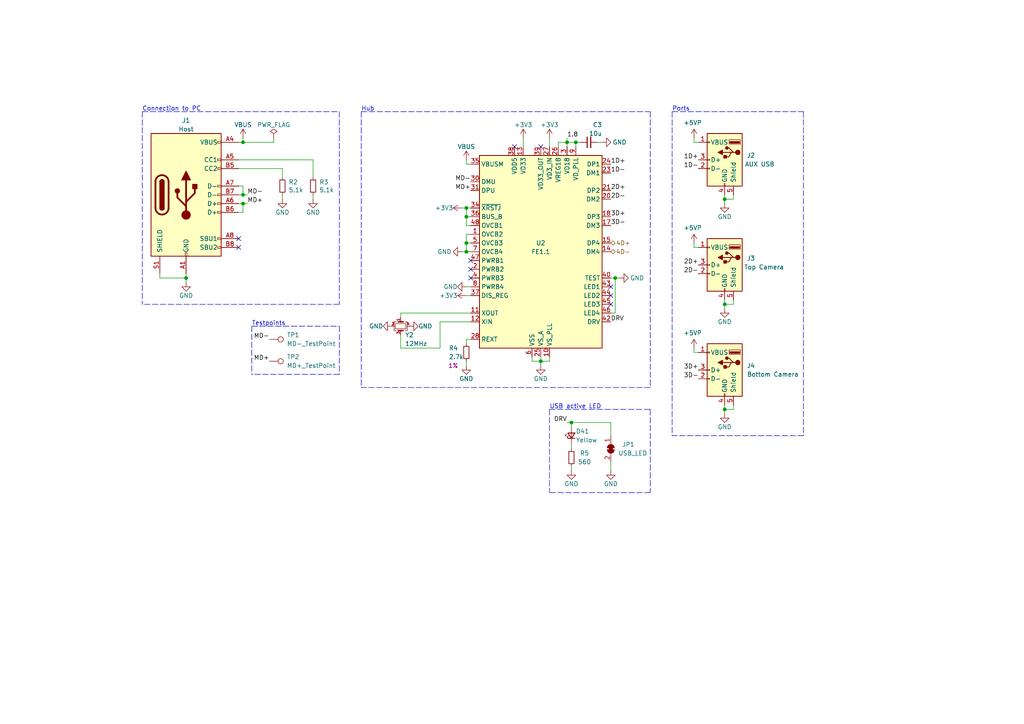
<source format=kicad_sch>
(kicad_sch (version 20211123) (generator eeschema)
  (paper "A4")
  (lib_symbols
    (symbol "Connector:TestPoint" (pin_numbers hide) (pin_names (offset 0.762) hide)
      (property "Reference" "TP" (at 0 6.858 0))
      (property "Value" "TestPoint" (at 0 5.08 0))
      (symbol "TestPoint_0_1"
        (circle (center 0 3.302) (radius 0.762))
      )
      (symbol "TestPoint_1_1"
        (pin passive line (at 0 0 90) (length 2.54) (name "1") (number "1"))
      )
    )
    (symbol "Connector:USB_A" (pin_names (offset 1.016))
      (property "Reference" "J" (at -5.08 11.43 0))
      (property "Value" "USB_A" (at -5.08 8.89 0))
      (symbol "USB_A_0_1"
        (rectangle (start -5.08 -7.62) (end 5.08 7.62) (stroke (width 0.254)) (fill (type background)))
        (circle (center -3.81 2.159) (radius 0.635) (stroke (width 0.254)) (fill (type outline)))
        (rectangle (start -1.524 4.826) (end -4.318 5.334) (fill (type outline)))
        (rectangle (start -1.27 4.572) (end -4.572 5.842))
        (circle (center -0.635 3.429) (radius 0.381) (stroke (width 0.254)) (fill (type outline)))
        (rectangle (start -0.127 -7.62) (end 0.127 -6.858))
        (polyline (pts (xy -3.175 2.159) (xy -2.54 2.159) (xy -1.27 3.429) (xy -0.635 3.429)) (stroke (width 0.254)))
        (polyline (pts (xy -2.54 2.159) (xy -1.905 2.159) (xy -1.27 0.889) (xy 0 0.889)) (stroke (width 0.254)))
        (polyline (pts (xy 0.635 2.794) (xy 0.635 1.524) (xy 1.905 2.159) (xy 0.635 2.794)) (stroke (width 0.254)) (fill (type outline)))
        (rectangle (start 0.254 1.27) (end -0.508 0.508) (stroke (width 0.254)) (fill (type outline)))
        (rectangle (start 5.08 -2.667) (end 4.318 -2.413))
        (rectangle (start 5.08 -0.127) (end 4.318 0.127))
        (rectangle (start 5.08 4.953) (end 4.318 5.207))
      )
      (symbol "USB_A_1_1"
        (polyline (pts (xy -1.905 2.159) (xy 0.635 2.159)) (stroke (width 0.254)))
        (pin power_in line (at 7.62 5.08 180) (length 2.54) (name "VBUS") (number "1"))
        (pin bidirectional line (at 7.62 -2.54 180) (length 2.54) (name "D-") (number "2"))
        (pin bidirectional line (at 7.62 0 180) (length 2.54) (name "D+") (number "3"))
        (pin power_in line (at 0 -10.16 90) (length 2.54) (name "GND") (number "4"))
        (pin passive line (at -2.54 -10.16 90) (length 2.54) (name "Shield") (number "5"))
      )
    )
    (symbol "Connector:USB_C_Receptacle_USB2.0" (pin_names (offset 1.016))
      (property "Reference" "J" (at -10.16 19.05 0))
      (property "Value" "USB_C_Receptacle_USB2.0" (at 19.05 19.05 0))
      (symbol "USB_C_Receptacle_USB2.0_0_0"
        (rectangle (start -0.254 -17.78) (end 0.254 -16.764))
        (rectangle (start 10.16 -14.986) (end 9.144 -15.494))
        (rectangle (start 10.16 -12.446) (end 9.144 -12.954))
        (rectangle (start 10.16 -4.826) (end 9.144 -5.334))
        (rectangle (start 10.16 -2.286) (end 9.144 -2.794))
        (rectangle (start 10.16 0.254) (end 9.144 -0.254))
        (rectangle (start 10.16 2.794) (end 9.144 2.286))
        (rectangle (start 10.16 7.874) (end 9.144 7.366))
        (rectangle (start 10.16 10.414) (end 9.144 9.906))
        (rectangle (start 10.16 15.494) (end 9.144 14.986))
      )
      (symbol "USB_C_Receptacle_USB2.0_0_1"
        (rectangle (start -10.16 17.78) (end 10.16 -17.78) (stroke (width 0.254)) (fill (type background)))
        (arc (start -8.89 -3.81) (mid -6.985 -5.715) (end -5.08 -3.81) (stroke (width 0.508)))
        (arc (start -7.62 -3.81) (mid -6.985 -4.445) (end -6.35 -3.81) (stroke (width 0.254)))
        (arc (start -7.62 -3.81) (mid -6.985 -4.445) (end -6.35 -3.81) (stroke (width 0.254)) (fill (type outline)))
        (rectangle (start -7.62 -3.81) (end -6.35 3.81) (stroke (width 0.254)) (fill (type outline)))
        (arc (start -6.35 3.81) (mid -6.985 4.445) (end -7.62 3.81) (stroke (width 0.254)))
        (arc (start -6.35 3.81) (mid -6.985 4.445) (end -7.62 3.81) (stroke (width 0.254)) (fill (type outline)))
        (arc (start -5.08 3.81) (mid -6.985 5.715) (end -8.89 3.81) (stroke (width 0.508)))
        (circle (center -2.54 1.143) (radius 0.635) (stroke (width 0.254)) (fill (type outline)))
        (circle (center 0 -5.842) (radius 1.27) (fill (type outline)))
        (polyline (pts (xy -8.89 -3.81) (xy -8.89 3.81)) (stroke (width 0.508)))
        (polyline (pts (xy -5.08 3.81) (xy -5.08 -3.81)) (stroke (width 0.508)))
        (polyline (pts (xy 0 -5.842) (xy 0 4.318)) (stroke (width 0.508)))
        (polyline (pts (xy 0 -3.302) (xy -2.54 -0.762) (xy -2.54 0.508)) (stroke (width 0.508)))
        (polyline (pts (xy 0 -2.032) (xy 2.54 0.508) (xy 2.54 1.778)) (stroke (width 0.508)))
        (polyline (pts (xy -1.27 4.318) (xy 0 6.858) (xy 1.27 4.318) (xy -1.27 4.318)) (stroke (width 0.254)) (fill (type outline)))
        (rectangle (start 1.905 1.778) (end 3.175 3.048) (stroke (width 0.254)) (fill (type outline)))
      )
      (symbol "USB_C_Receptacle_USB2.0_1_1"
        (pin passive line (at 0 -22.86 90) (length 5.08) (name "GND") (number "A1"))
        (pin passive line (at 0 -22.86 90) (length 5.08) hide (name "GND") (number "A12"))
        (pin passive line (at 15.24 15.24 180) (length 5.08) (name "VBUS") (number "A4"))
        (pin bidirectional line (at 15.24 10.16 180) (length 5.08) (name "CC1") (number "A5"))
        (pin bidirectional line (at 15.24 -2.54 180) (length 5.08) (name "D+") (number "A6"))
        (pin bidirectional line (at 15.24 2.54 180) (length 5.08) (name "D-") (number "A7"))
        (pin bidirectional line (at 15.24 -12.7 180) (length 5.08) (name "SBU1") (number "A8"))
        (pin passive line (at 15.24 15.24 180) (length 5.08) hide (name "VBUS") (number "A9"))
        (pin passive line (at 0 -22.86 90) (length 5.08) hide (name "GND") (number "B1"))
        (pin passive line (at 0 -22.86 90) (length 5.08) hide (name "GND") (number "B12"))
        (pin passive line (at 15.24 15.24 180) (length 5.08) hide (name "VBUS") (number "B4"))
        (pin bidirectional line (at 15.24 7.62 180) (length 5.08) (name "CC2") (number "B5"))
        (pin bidirectional line (at 15.24 -5.08 180) (length 5.08) (name "D+") (number "B6"))
        (pin bidirectional line (at 15.24 0 180) (length 5.08) (name "D-") (number "B7"))
        (pin bidirectional line (at 15.24 -15.24 180) (length 5.08) (name "SBU2") (number "B8"))
        (pin passive line (at 15.24 15.24 180) (length 5.08) hide (name "VBUS") (number "B9"))
        (pin passive line (at -7.62 -22.86 90) (length 5.08) (name "SHIELD") (number "S1"))
      )
    )
    (symbol "Device:C_Small" (pin_numbers hide) (pin_names (offset 0.254) hide)
      (property "Reference" "C" (at 0.254 1.778 0))
      (property "Value" "C_Small" (at 0.254 -2.032 0))
      (symbol "C_Small_0_1"
        (polyline (pts (xy -1.524 -0.508) (xy 1.524 -0.508)) (stroke (width 0.3302)))
        (polyline (pts (xy -1.524 0.508) (xy 1.524 0.508)) (stroke (width 0.3048)))
      )
      (symbol "C_Small_1_1"
        (pin passive line (at 0 2.54 270) (length 2.032) (name "~") (number "1"))
        (pin passive line (at 0 -2.54 90) (length 2.032) (name "~") (number "2"))
      )
    )
    (symbol "Device:Crystal_GND24_Small" (pin_names (offset 1.016) hide)
      (property "Reference" "Y" (at 1.27 4.445 0))
      (property "Value" "Crystal_GND24_Small" (at 1.27 2.54 0))
      (symbol "Crystal_GND24_Small_0_1"
        (rectangle (start -0.762 -1.524) (end 0.762 1.524))
        (polyline (pts (xy -1.27 -0.762) (xy -1.27 0.762)) (stroke (width 0.381)))
        (polyline (pts (xy 1.27 -0.762) (xy 1.27 0.762)) (stroke (width 0.381)))
        (polyline (pts (xy -1.27 -1.27) (xy -1.27 -1.905) (xy 1.27 -1.905) (xy 1.27 -1.27)))
        (polyline (pts (xy -1.27 1.27) (xy -1.27 1.905) (xy 1.27 1.905) (xy 1.27 1.27)))
      )
      (symbol "Crystal_GND24_Small_1_1"
        (pin passive line (at -2.54 0 0) (length 1.27) (name "1") (number "1"))
        (pin passive line (at 0 -2.54 90) (length 0.635) (name "2") (number "2"))
        (pin passive line (at 2.54 0 180) (length 1.27) (name "3") (number "3"))
        (pin passive line (at 0 2.54 270) (length 0.635) (name "4") (number "4"))
      )
    )
    (symbol "Device:LED_Small" (pin_numbers hide) (pin_names (offset 0.254) hide)
      (property "Reference" "D" (at -1.27 3.175 0))
      (property "Value" "LED_Small" (at -4.445 -2.54 0))
      (symbol "LED_Small_0_1"
        (polyline (pts (xy -0.762 -1.016) (xy -0.762 1.016)) (stroke (width 0.254)))
        (polyline (pts (xy 1.016 0) (xy -0.762 0)))
        (polyline (pts (xy 0.762 -1.016) (xy -0.762 0) (xy 0.762 1.016) (xy 0.762 -1.016)) (stroke (width 0.254)))
        (polyline (pts (xy 0 0.762) (xy -0.508 1.27) (xy -0.254 1.27) (xy -0.508 1.27) (xy -0.508 1.016)))
        (polyline (pts (xy 0.508 1.27) (xy 0 1.778) (xy 0.254 1.778) (xy 0 1.778) (xy 0 1.524)))
      )
      (symbol "LED_Small_1_1"
        (pin passive line (at -2.54 0 0) (length 1.778) (name "K") (number "1"))
        (pin passive line (at 2.54 0 180) (length 1.778) (name "A") (number "2"))
      )
    )
    (symbol "Device:R_Small" (pin_numbers hide) (pin_names (offset 0.254) hide)
      (property "Reference" "R" (at 0.762 0.508 0))
      (property "Value" "R_Small" (at 0.762 -1.016 0))
      (symbol "R_Small_0_1"
        (rectangle (start -0.762 1.778) (end 0.762 -1.778) (stroke (width 0.2032)))
      )
      (symbol "R_Small_1_1"
        (pin passive line (at 0 2.54 270) (length 0.762) (name "~") (number "1"))
        (pin passive line (at 0 -2.54 90) (length 0.762) (name "~") (number "2"))
      )
    )
    (symbol "Jumper:SolderJumper_2_Bridged" (pin_names (offset 0) hide)
      (property "Reference" "JP" (at 0 2.032 0))
      (property "Value" "SolderJumper_2_Bridged" (at 0 -2.54 0))
      (symbol "SolderJumper_2_Bridged_0_1"
        (rectangle (start -0.508 0.508) (end 0.508 -0.508) (fill (type outline)))
        (arc (start -0.254 1.016) (mid -1.27 0) (end -0.254 -1.016))
        (arc (start -0.254 1.016) (mid -1.27 0) (end -0.254 -1.016) (fill (type outline)))
        (polyline (pts (xy -0.254 1.016) (xy -0.254 -1.016)))
        (polyline (pts (xy 0.254 1.016) (xy 0.254 -1.016)))
        (arc (start 0.254 -1.016) (mid 1.27 0) (end 0.254 1.016))
        (arc (start 0.254 -1.016) (mid 1.27 0) (end 0.254 1.016) (fill (type outline)))
      )
      (symbol "SolderJumper_2_Bridged_1_1"
        (pin passive line (at -3.81 0 0) (length 2.54) (name "A") (number "1"))
        (pin passive line (at 3.81 0 180) (length 2.54) (name "B") (number "2"))
      )
    )
    (symbol "index:FE1.1"
      (property "Reference" "U" (at -13.97 26.67 0))
      (property "Value" "FE1.1" (at 15.24 27.94 0))
      (symbol "FE1.1_0_1"
        (rectangle (start -17.78 25.4) (end 17.78 -30.48) (stroke (width 0.254)) (fill (type background)))
      )
      (symbol "FE1.1_1_1"
        (pin input line (at -20.32 2.54 0) (length 2.54) (name "OVCB2") (number "1"))
        (pin power_in line (at 2.54 -33.02 90) (length 2.54) (name "VS_PLL") (number "10"))
        (pin output line (at -20.32 -20.32 0) (length 2.54) (name "XOUT") (number "11"))
        (pin input line (at -20.32 -22.86 0) (length 2.54) (name "XIN") (number "12"))
        (pin power_in line (at -5.08 27.94 270) (length 2.54) (name "VD33") (number "13"))
        (pin bidirectional line (at 20.32 -2.54 180) (length 2.54) (name "DM4") (number "14"))
        (pin bidirectional line (at 20.32 0 180) (length 2.54) (name "DP4") (number "15"))
        (pin passive line (at -2.54 -33.02 90) (length 2.54) hide (name "VSS") (number "16"))
        (pin bidirectional line (at 20.32 5.08 180) (length 2.54) (name "DM3") (number "17"))
        (pin bidirectional line (at 20.32 7.62 180) (length 2.54) (name "DP3") (number "18"))
        (pin passive line (at -5.08 27.94 270) (length 2.54) hide (name "VD33") (number "19"))
        (pin input line (at -20.32 -7.62 0) (length 2.54) (name "PWRB2") (number "2"))
        (pin bidirectional line (at 20.32 12.7 180) (length 2.54) (name "DM2") (number "20"))
        (pin bidirectional line (at 20.32 15.24 180) (length 2.54) (name "DP2") (number "21"))
        (pin passive line (at -2.54 -33.02 90) (length 2.54) hide (name "VSS") (number "22"))
        (pin bidirectional line (at 20.32 20.32 180) (length 2.54) (name "DM1") (number "23"))
        (pin bidirectional line (at 20.32 22.86 180) (length 2.54) (name "DP1") (number "24"))
        (pin power_in line (at 0 -33.02 90) (length 2.54) (name "VS_A") (number "25"))
        (pin power_out line (at 5.08 27.94 270) (length 2.54) (name "VREG18") (number "26"))
        (pin power_in line (at 2.54 27.94 270) (length 2.54) (name "VD3_IN") (number "27"))
        (pin passive line (at -20.32 -27.94 0) (length 2.54) (name "REXT") (number "28"))
        (pin passive line (at 7.62 27.94 270) (length 2.54) hide (name "VD18") (number "29"))
        (pin power_in line (at 7.62 27.94 270) (length 2.54) (name "VD18") (number "3"))
        (pin bidirectional line (at -20.32 17.78 0) (length 2.54) (name "DMU") (number "30"))
        (pin bidirectional line (at -20.32 15.24 0) (length 2.54) (name "DPU") (number "31"))
        (pin passive line (at -5.08 27.94 270) (length 2.54) hide (name "VD33") (number "32"))
        (pin passive line (at -2.54 -33.02 90) (length 2.54) hide (name "VSS") (number "33"))
        (pin input line (at -20.32 10.16 0) (length 2.54) (name "~{XRSTJ}") (number "34"))
        (pin input line (at -20.32 22.86 0) (length 2.54) (name "VBUSM") (number "35"))
        (pin input line (at -20.32 7.62 0) (length 2.54) (name "BUS_B") (number "36"))
        (pin input line (at -20.32 -15.24 0) (length 2.54) (name "DIS_REG") (number "37"))
        (pin power_in line (at -7.62 27.94 270) (length 2.54) (name "VDD5") (number "38"))
        (pin power_out line (at 0 27.94 270) (length 2.54) (name "VD33_OUT") (number "39"))
        (pin input line (at -20.32 -10.16 0) (length 2.54) (name "PWRB3") (number "4"))
        (pin input line (at 20.32 -10.16 180) (length 2.54) (name "TEST") (number "40"))
        (pin passive line (at -5.08 27.94 270) (length 2.54) hide (name "VD33") (number "41"))
        (pin passive line (at 20.32 -22.86 180) (length 2.54) (name "DRV") (number "42"))
        (pin passive line (at 20.32 -12.7 180) (length 2.54) (name "LED1") (number "43"))
        (pin passive line (at 20.32 -15.24 180) (length 2.54) (name "LED2") (number "44"))
        (pin passive line (at 20.32 -17.78 180) (length 2.54) (name "LED3") (number "45"))
        (pin passive line (at 20.32 -20.32 180) (length 2.54) (name "LED4") (number "46"))
        (pin input line (at -20.32 -5.08 0) (length 2.54) (name "PWRB1") (number "47"))
        (pin input line (at -20.32 5.08 0) (length 2.54) (name "OVCB1") (number "48"))
        (pin input line (at -20.32 0 0) (length 2.54) (name "OVCB3") (number "5"))
        (pin power_in line (at -2.54 -33.02 90) (length 2.54) (name "VSS") (number "6"))
        (pin input line (at -20.32 -2.54 0) (length 2.54) (name "OVCB4") (number "7"))
        (pin input line (at -20.32 -12.7 0) (length 2.54) (name "PWRB4") (number "8"))
        (pin power_in line (at 10.16 27.94 270) (length 2.54) (name "VD_PLL") (number "9"))
      )
    )
    (symbol "power:+3.3V" (power) (pin_names (offset 0))
      (property "Value" "+3.3V" (at 0 3.556 0))
      (symbol "+3.3V_0_1"
        (polyline (pts (xy -0.762 1.27) (xy 0 2.54)))
        (polyline (pts (xy 0 0) (xy 0 2.54)))
        (polyline (pts (xy 0 2.54) (xy 0.762 1.27)))
      )
      (symbol "+3.3V_1_1"
        (pin power_in line (at 0 0 90) (length 0) hide (name "+3V3") (number "1"))
      )
    )
    (symbol "power:+5VP" (power) (pin_names (offset 0))
      (property "Value" "+5VP" (at 0 3.556 0))
      (symbol "+5VP_0_1"
        (polyline (pts (xy -0.762 1.27) (xy 0 2.54)))
        (polyline (pts (xy 0 0) (xy 0 2.54)))
        (polyline (pts (xy 0 2.54) (xy 0.762 1.27)))
      )
      (symbol "+5VP_1_1"
        (pin power_in line (at 0 0 90) (length 0) hide (name "+5VP") (number "1"))
      )
    )
    (symbol "power:GND" (power) (pin_names (offset 0))
      (property "Value" "GND" (at 0 -3.81 0))
      (symbol "GND_0_1"
        (polyline (pts (xy 0 0) (xy 0 -1.27) (xy 1.27 -1.27) (xy 0 -2.54) (xy -1.27 -1.27) (xy 0 -1.27)))
      )
      (symbol "GND_1_1"
        (pin power_in line (at 0 0 270) (length 0) hide (name "GND") (number "1"))
      )
    )
    (symbol "power:PWR_FLAG" (power) (pin_numbers hide) (pin_names (offset 0) hide)
      (property "Value" "PWR_FLAG" (at 0 3.81 0))
      (symbol "PWR_FLAG_0_0"
        (pin power_out line (at 0 0 90) (length 0) (name "pwr") (number "1"))
      )
      (symbol "PWR_FLAG_0_1"
        (polyline (pts (xy 0 0) (xy 0 1.27) (xy -1.016 1.905) (xy 0 2.54) (xy 1.016 1.905) (xy 0 1.27)))
      )
    )
    (symbol "power:VBUS" (power) (pin_names (offset 0))
      (property "Value" "VBUS" (at 0 3.81 0))
      (symbol "VBUS_0_1"
        (polyline (pts (xy -0.762 1.27) (xy 0 2.54)))
        (polyline (pts (xy 0 0) (xy 0 2.54)))
        (polyline (pts (xy 0 2.54) (xy 0.762 1.27)))
      )
      (symbol "VBUS_1_1"
        (pin power_in line (at 0 0 90) (length 0) hide (name "VBUS") (number "1"))
      )
    )
  )
  (junction (at 156.845 104.775))
  (junction (at 70.485 56.515))
  (junction (at 70.485 41.275))
  (junction (at 164.465 41.275))
  (junction (at 135.255 70.485))
  (junction (at 165.735 122.555))
  (junction (at 167.005 41.275))
  (junction (at 135.255 60.325))
  (junction (at 210.185 88.265))
  (junction (at 70.485 59.055))
  (junction (at 178.435 80.645))
  (junction (at 135.255 62.865))
  (junction (at 135.255 73.025))
  (junction (at 210.185 118.745))
  (junction (at 53.975 80.645))
  (junction (at 210.185 57.785))
  (no_connect (at 156.845 42.545))
  (no_connect (at 177.165 85.725))
  (no_connect (at 69.215 69.215))
  (no_connect (at 136.525 75.565))
  (no_connect (at 136.525 78.105))
  (no_connect (at 177.165 88.265))
  (no_connect (at 149.225 42.545))
  (no_connect (at 69.215 71.755))
  (no_connect (at 177.165 83.185))
  (no_connect (at 136.525 80.645))
  (polyline (pts (xy 159.385 118.745) (xy 159.385 142.875)))
  (wire (pts (xy 212.725 56.515) (xy 212.725 57.785)))
  (wire (pts (xy 210.185 117.475) (xy 210.185 118.745)))
  (polyline (pts (xy 98.425 88.265) (xy 41.275 88.265)))
  (wire (pts (xy 135.255 60.325) (xy 136.525 60.325)))
  (wire (pts (xy 70.485 59.055) (xy 71.755 59.055)))
  (wire (pts (xy 46.355 79.375) (xy 46.355 80.645)))
  (wire (pts (xy 127.635 100.965) (xy 127.635 93.345)))
  (polyline (pts (xy 73.025 94.615) (xy 98.425 94.615)))
  (polyline (pts (xy 194.945 32.385) (xy 194.945 126.365)))
  (polyline (pts (xy 233.045 32.385) (xy 233.045 126.365)))
  (wire (pts (xy 201.295 71.755) (xy 201.295 70.485)))
  (polyline (pts (xy 98.425 32.385) (xy 98.425 88.265)))
  (wire (pts (xy 177.165 90.805) (xy 178.435 90.805)))
  (wire (pts (xy 70.485 53.975) (xy 70.485 56.515)))
  (wire (pts (xy 164.465 41.275) (xy 164.465 42.545)))
  (wire (pts (xy 136.525 98.425) (xy 135.255 98.425)))
  (wire (pts (xy 167.005 41.275) (xy 167.005 42.545)))
  (wire (pts (xy 70.485 41.275) (xy 69.215 41.275)))
  (wire (pts (xy 136.525 67.945) (xy 135.255 67.945)))
  (wire (pts (xy 53.975 80.645) (xy 46.355 80.645)))
  (wire (pts (xy 177.165 80.645) (xy 178.435 80.645)))
  (wire (pts (xy 159.385 40.005) (xy 159.385 42.545)))
  (wire (pts (xy 177.165 133.985) (xy 177.165 136.525)))
  (wire (pts (xy 135.255 73.025) (xy 136.525 73.025)))
  (wire (pts (xy 210.185 118.745) (xy 210.185 120.015)))
  (wire (pts (xy 69.215 46.355) (xy 90.805 46.355)))
  (wire (pts (xy 165.735 122.555) (xy 164.465 122.555)))
  (wire (pts (xy 90.805 46.355) (xy 90.805 51.435)))
  (polyline (pts (xy 41.275 32.385) (xy 98.425 32.385)))
  (wire (pts (xy 201.295 102.235) (xy 202.565 102.235)))
  (wire (pts (xy 69.215 59.055) (xy 70.485 59.055)))
  (wire (pts (xy 135.255 47.625) (xy 135.255 46.355)))
  (wire (pts (xy 212.725 86.995) (xy 212.725 88.265)))
  (wire (pts (xy 164.465 40.005) (xy 164.465 41.275)))
  (wire (pts (xy 201.295 41.275) (xy 202.565 41.275)))
  (wire (pts (xy 53.975 80.645) (xy 53.975 81.915)))
  (wire (pts (xy 136.525 47.625) (xy 135.255 47.625)))
  (wire (pts (xy 135.255 62.865) (xy 136.525 62.865)))
  (wire (pts (xy 210.185 118.745) (xy 212.725 118.745)))
  (polyline (pts (xy 188.595 118.745) (xy 188.595 142.875)))
  (wire (pts (xy 69.215 53.975) (xy 70.485 53.975)))
  (wire (pts (xy 210.185 56.515) (xy 210.185 57.785)))
  (wire (pts (xy 70.485 56.515) (xy 71.755 56.515)))
  (wire (pts (xy 154.305 103.505) (xy 154.305 104.775)))
  (polyline (pts (xy 188.595 142.875) (xy 159.385 142.875)))
  (wire (pts (xy 212.725 118.745) (xy 212.725 117.475)))
  (wire (pts (xy 135.255 83.185) (xy 136.525 83.185)))
  (polyline (pts (xy 159.385 118.745) (xy 188.595 118.745)))
  (wire (pts (xy 156.845 104.775) (xy 156.845 106.045)))
  (wire (pts (xy 164.465 41.275) (xy 167.005 41.275)))
  (wire (pts (xy 173.355 41.275) (xy 174.625 41.275)))
  (wire (pts (xy 135.255 60.325) (xy 135.255 62.865)))
  (wire (pts (xy 161.925 41.275) (xy 164.465 41.275)))
  (wire (pts (xy 156.845 103.505) (xy 156.845 104.775)))
  (polyline (pts (xy 104.775 32.385) (xy 104.775 112.395)))
  (polyline (pts (xy 41.275 32.385) (xy 41.275 88.265)))
  (wire (pts (xy 116.205 100.965) (xy 127.635 100.965)))
  (wire (pts (xy 69.215 56.515) (xy 70.485 56.515)))
  (wire (pts (xy 133.985 60.325) (xy 135.255 60.325)))
  (wire (pts (xy 165.735 122.555) (xy 165.735 123.825)))
  (wire (pts (xy 135.255 62.865) (xy 135.255 65.405)))
  (wire (pts (xy 202.565 71.755) (xy 201.295 71.755)))
  (wire (pts (xy 201.295 40.005) (xy 201.295 41.275)))
  (wire (pts (xy 212.725 88.265) (xy 210.185 88.265)))
  (wire (pts (xy 165.735 135.255) (xy 165.735 136.525)))
  (wire (pts (xy 116.205 97.155) (xy 116.205 100.965)))
  (wire (pts (xy 159.385 103.505) (xy 159.385 104.775)))
  (wire (pts (xy 165.735 122.555) (xy 177.165 122.555)))
  (wire (pts (xy 53.975 79.375) (xy 53.975 80.645)))
  (polyline (pts (xy 98.425 94.615) (xy 98.425 108.585)))
  (polyline (pts (xy 98.425 108.585) (xy 73.025 108.585)))
  (wire (pts (xy 151.765 40.005) (xy 151.765 42.545)))
  (wire (pts (xy 178.435 90.805) (xy 178.435 80.645)))
  (wire (pts (xy 161.925 42.545) (xy 161.925 41.275)))
  (wire (pts (xy 81.915 48.895) (xy 69.215 48.895)))
  (wire (pts (xy 136.525 90.805) (xy 116.205 90.805)))
  (wire (pts (xy 70.485 40.005) (xy 70.485 41.275)))
  (wire (pts (xy 210.185 88.265) (xy 210.185 89.535)))
  (wire (pts (xy 135.255 65.405) (xy 136.525 65.405)))
  (wire (pts (xy 70.485 61.595) (xy 69.215 61.595)))
  (wire (pts (xy 210.185 57.785) (xy 210.185 59.055)))
  (wire (pts (xy 156.845 104.775) (xy 159.385 104.775)))
  (wire (pts (xy 201.295 100.965) (xy 201.295 102.235)))
  (wire (pts (xy 154.305 104.775) (xy 156.845 104.775)))
  (wire (pts (xy 133.985 73.025) (xy 135.255 73.025)))
  (wire (pts (xy 177.165 122.555) (xy 177.165 126.365)))
  (wire (pts (xy 135.255 67.945) (xy 135.255 70.485)))
  (polyline (pts (xy 194.945 32.385) (xy 233.045 32.385)))
  (wire (pts (xy 81.915 56.515) (xy 81.915 57.785)))
  (wire (pts (xy 167.005 41.275) (xy 168.275 41.275)))
  (wire (pts (xy 127.635 93.345) (xy 136.525 93.345)))
  (wire (pts (xy 70.485 41.275) (xy 79.375 41.275)))
  (wire (pts (xy 136.525 70.485) (xy 135.255 70.485)))
  (wire (pts (xy 165.735 128.905) (xy 165.735 130.175)))
  (polyline (pts (xy 73.025 94.615) (xy 73.025 108.585)))
  (wire (pts (xy 135.255 98.425) (xy 135.255 99.695)))
  (wire (pts (xy 135.255 70.485) (xy 135.255 73.025)))
  (polyline (pts (xy 188.595 32.385) (xy 188.595 112.395)))
  (wire (pts (xy 70.485 59.055) (xy 70.485 61.595)))
  (wire (pts (xy 210.185 57.785) (xy 212.725 57.785)))
  (wire (pts (xy 116.205 90.805) (xy 116.205 92.075)))
  (polyline (pts (xy 104.775 32.385) (xy 188.595 32.385)))
  (wire (pts (xy 135.255 85.725) (xy 136.525 85.725)))
  (polyline (pts (xy 188.595 112.395) (xy 104.775 112.395)))
  (wire (pts (xy 210.185 86.995) (xy 210.185 88.265)))
  (wire (pts (xy 90.805 56.515) (xy 90.805 57.785)))
  (polyline (pts (xy 233.045 126.365) (xy 194.945 126.365)))
  (wire (pts (xy 135.255 104.775) (xy 135.255 106.045)))
  (wire (pts (xy 178.435 80.645) (xy 179.705 80.645)))
  (wire (pts (xy 81.915 51.435) (xy 81.915 48.895)))
  (wire (pts (xy 79.375 40.005) (xy 79.375 41.275)))
  (text "Connection to PC" (at 41.275 32.385 0) (effects (font (size 1.27 1.27)) (justify left bottom)))
  (text "Hub" (at 104.775 32.385 0) (effects (font (size 1.27 1.27)) (justify left bottom)))
  (text "Ports" (at 194.945 32.385 0) (effects (font (size 1.27 1.27)) (justify left bottom)))
  (text "Testpoints" (at 73.025 94.615 0) (effects (font (size 1.27 1.27)) (justify left bottom)))
  (text "USB active LED" (at 159.385 118.745 0) (effects (font (size 1.27 1.27)) (justify left bottom)))
  (label "1D+" (at 177.165 47.625 0))
  (label "MD-" (at 71.755 56.515 0))
  (label "MD+" (at 78.105 104.775 180))
  (label "3D+" (at 177.165 62.865 0))
  (label "2D-" (at 177.165 57.785 0))
  (label "3D-" (at 202.565 109.855 180))
  (label "3D-" (at 177.165 65.405 0))
  (label "1D+" (at 202.565 46.355 180))
  (label "2D+" (at 177.165 55.245 0))
  (label "MD-" (at 78.105 98.425 180))
  (label "1D-" (at 177.165 50.165 0))
  (label "3D+" (at 202.565 107.315 180))
  (label "MD-" (at 136.525 52.705 180))
  (label "2D+" (at 202.565 76.835 180))
  (label "1.8" (at 164.465 40.005 0))
  (label "DRV" (at 177.165 93.345 0))
  (label "MD+" (at 71.755 59.055 0))
  (label "DRV" (at 164.465 122.555 180))
  (label "2D-" (at 202.565 79.375 180))
  (label "1D-" (at 202.565 48.895 180))
  (label "MD+" (at 136.525 55.245 180))
  (hierarchical_label "4D+" (shape bidirectional) (at 177.165 70.485 0))
  (hierarchical_label "4D-" (shape bidirectional) (at 177.165 73.025 0))
  (symbol (lib_id "Connector:TestPoint") (at 78.105 98.425 270) (unit 1)
    (property "Reference" "TP1" (at 83.185 97.155 90) (effects (justify left)))
    (property "Value" "MD-_TestPoint" (at 83.185 99.695 90) (effects (justify left)))
    (property "Footprint" "TestPoint:TestPoint_Pad_D2.0mm" (effects hide))
  )
  (symbol (lib_id "power:GND") (at 179.705 80.645 90) (unit 1)
    (property "Reference" "#PWR0128" (effects hide))
    (property "Value" "GND" (at 184.785 80.645 90))
  )
  (symbol (lib_id "power:GND") (at 135.255 106.045 0) (unit 1)
    (property "Reference" "#PWR0114" (effects hide))
    (property "Value" "GND" (at 135.255 109.855 0))
  )
  (symbol (lib_id "Connector:USB_C_Receptacle_USB2.0") (at 53.975 56.515 0) (unit 1)
    (property "Reference" "J1" (at 53.975 34.925 0))
    (property "Value" "Host" (at 53.975 37.465 0))
    (property "Footprint" "Connector_USB:USB_C_Receptacle_Palconn_UTC16-G" (effects hide))
    (property "Datasheet" "https://www.usb.org/sites/default/files/documents/usb_type-c.zip" (effects hide))
    (property "LCSC" "C165948" (effects hide))
    (property "Digikey" "2073-USB4105-GF-ACT-ND" (effects hide))
    (property "JLCPCB" "C165948" (effects hide))
  )
  (symbol (lib_id "Jumper:SolderJumper_2_Bridged") (at 177.165 130.175 270) (unit 1)
    (property "Reference" "JP1" (at 182.245 128.905 90))
    (property "Value" "USB_LED" (at 183.515 131.445 90))
    (property "Footprint" "Jumper:SolderJumper-2_P1.3mm_Bridged_RoundedPad1.0x1.5mm" (effects hide))
  )
  (symbol (lib_id "power:GND") (at 135.255 83.185 270) (unit 1)
    (property "Reference" "#PWR0136" (effects hide))
    (property "Value" "GND" (at 132.715 83.185 90) (effects (justify right)))
  )
  (symbol (lib_id "power:GND") (at 156.845 106.045 0) (unit 1)
    (property "Reference" "#PWR0117" (effects hide))
    (property "Value" "GND" (at 156.845 109.855 0))
  )
  (symbol (lib_id "Connector:TestPoint") (at 78.105 104.775 270) (unit 1)
    (property "Reference" "TP2" (at 83.185 103.505 90) (effects (justify left)))
    (property "Value" "MD+_TestPoint" (at 83.185 106.045 90) (effects (justify left)))
    (property "Footprint" "TestPoint:TestPoint_Pad_D2.0mm" (effects hide))
  )
  (symbol (lib_id "power:GND") (at 210.185 89.535 0) (mirror y) (unit 1)
    (property "Reference" "#PWR0123" (effects hide))
    (property "Value" "GND" (at 210.185 93.345 0))
  )
  (symbol (lib_id "Connector:USB_A") (at 210.185 76.835 0) (mirror y) (unit 1)
    (property "Reference" "J3" (at 217.805 74.93 0))
    (property "Value" "Top Camera" (at 221.615 77.47 0))
    (property "Footprint" "Connector_USB:USB_A_Stewart_SS-52100-001_Horizontal" (effects hide))
    (property "Datasheet" " ~" (effects hide))
    (property "JLCPCB" "C503996" (effects hide))
    (property "LCSC" "C503996" (effects hide))
    (property "Digikey" "2987-CU01SAH0S00-ND" (effects hide))
    (property "Mouser" "649-87520-0012BLF" (effects hide))
  )
  (symbol (lib_id "Connector:USB_A") (at 210.185 46.355 0) (mirror y) (unit 1)
    (property "Reference" "J2" (at 217.805 45.085 0))
    (property "Value" "AUX USB" (at 220.345 47.625 0))
    (property "Footprint" "Connector_USB:USB_A_Stewart_SS-52100-001_Horizontal" (effects hide))
    (property "Datasheet" " ~" (effects hide))
    (property "JLCPCB" "C503996" (effects hide))
    (property "LCSC" "C503996" (effects hide))
    (property "Digikey" "2987-CU01SAH0S00-ND" (effects hide))
    (property "Mouser" "649-87520-0012BLF" (effects hide))
  )
  (symbol (lib_id "power:+3.3V") (at 133.985 60.325 90) (unit 1)
    (property "Reference" "#PWR0138" (effects hide))
    (property "Value" "+3.3V" (at 131.445 60.325 90) (effects (justify left)))
  )
  (symbol (lib_id "power:GND") (at 90.805 57.785 0) (unit 1)
    (property "Reference" "#PWR0133" (effects hide))
    (property "Value" "GND" (at 90.805 61.595 0))
  )
  (symbol (lib_id "power:GND") (at 174.625 41.275 90) (unit 1)
    (property "Reference" "#PWR0122" (effects hide))
    (property "Value" "GND" (at 179.705 41.275 90))
  )
  (symbol (lib_id "power:GND") (at 118.745 94.615 90) (unit 1)
    (property "Reference" "#PWR0103" (effects hide))
    (property "Value" "GND" (at 121.285 94.615 90) (effects (justify right)))
  )
  (symbol (lib_id "power:+5VP") (at 201.295 40.005 0) (mirror y) (unit 1)
    (property "Reference" "#PWR0130" (effects hide))
    (property "Value" "+5VP" (at 200.914 35.6108 0))
  )
  (symbol (lib_id "Device:R_Small") (at 165.735 132.715 0) (unit 1)
    (property "Reference" "R5" (at 169.545 131.445 0))
    (property "Value" "560" (at 169.545 133.985 0))
    (property "Footprint" "Resistor_SMD:R_0805_2012Metric" (effects hide))
    (property "JLCPCB" "C28636" (effects hide))
    (property "LCSC" "C28636" (effects hide))
    (property "Digikey" "RHM560AHCT-ND" (effects hide))
    (property "Mouser" "667-ERJ-6ENF5600V" (effects hide))
    (property "Config" "+USBPWR" (effects hide))
  )
  (symbol (lib_id "Device:C_Small") (at 170.815 41.275 90) (unit 1)
    (property "Reference" "C3" (at 174.625 36.195 90) (effects (justify left)))
    (property "Value" "10u" (at 174.625 38.735 90) (effects (justify left)))
    (property "Footprint" "Capacitor_SMD:C_0805_2012Metric" (effects hide))
    (property "Digikey" "490-18663-1-ND" (effects hide))
    (property "JLCPCB" "C15850" (effects hide))
    (property "LCSC" "C17024" (effects hide))
    (property "Mouser" "81-GRM21BR61H106KE3L" (effects hide))
  )
  (symbol (lib_id "power:GND") (at 210.185 120.015 0) (mirror y) (unit 1)
    (property "Reference" "#PWR0105" (effects hide))
    (property "Value" "GND" (at 210.185 123.825 0))
  )
  (symbol (lib_id "index:FE1.1") (at 156.845 70.485 0) (unit 1)
    (property "Reference" "U2" (at 156.845 70.485 0))
    (property "Value" "FE1.1" (at 156.845 73.025 0))
    (property "Footprint" "Package_QFP:LQFP-48_7x7mm_P0.5mm" (effects hide))
    (property "Datasheet" "https://elinux.org/images/e/ee/FE11-datasheet.pdf" (effects hide))
    (property "JLCPCB" "C28958" (effects hide))
    (property "LCSC" "C28958" (effects hide))
    (property "Mouser" "701-XR22414CV48TR-F" (effects hide))
    (property "Digikey" "1016-2188-1-ND" (effects hide))
  )
  (symbol (lib_id "Device:R_Small") (at 81.915 53.975 0) (unit 1)
    (property "Reference" "R2" (at 83.693 52.8066 0) (effects (justify left)))
    (property "Value" "5.1k" (at 83.693 55.118 0) (effects (justify left)))
    (property "Footprint" "Resistor_SMD:R_0805_2012Metric" (effects hide))
    (property "Datasheet" "https://www.vishay.com/docs/28773/crcwce3.pdf" (effects hide))
    (property "JLCPCB" " C27834" (effects hide))
    (property "LCSC" "C115337" (effects hide))
    (property "Digikey" "541-CRCW08055K10FKEACCT-ND" (effects hide))
    (property "Mouser" "71-CRCW08055K10FKEAC" (effects hide))
  )
  (symbol (lib_id "power:GND") (at 177.165 136.525 0) (unit 1)
    (property "Reference" "#PWR0107" (effects hide))
    (property "Value" "GND" (at 177.165 140.335 0))
  )
  (symbol (lib_id "power:+3.3V") (at 151.765 40.005 0) (unit 1)
    (property "Reference" "#PWR0121" (effects hide))
    (property "Value" "+3.3V" (at 151.765 36.195 0))
  )
  (symbol (lib_id "power:+5VP") (at 201.295 70.485 0) (mirror y) (unit 1)
    (property "Reference" "#PWR0129" (effects hide))
    (property "Value" "+5VP" (at 200.914 66.0908 0))
  )
  (symbol (lib_id "power:PWR_FLAG") (at 79.375 40.005 0) (unit 1)
    (property "Reference" "#FLG0101" (effects hide))
    (property "Value" "PWR_FLAG" (at 79.375 36.195 0))
  )
  (symbol (lib_id "power:GND") (at 210.185 59.055 0) (mirror y) (unit 1)
    (property "Reference" "#PWR0127" (effects hide))
    (property "Value" "GND" (at 210.185 62.865 0))
  )
  (symbol (lib_id "Device:Crystal_GND24_Small") (at 116.205 94.615 270) (unit 1)
    (property "Reference" "Y2" (at 117.475 97.155 90) (effects (justify left)))
    (property "Value" "12MHz" (at 117.475 99.695 90) (effects (justify left)))
    (property "Footprint" "Crystal:Crystal_SMD_3225-4Pin_3.2x2.5mm" (effects hide))
    (property "JLCPCB" "C9002" (effects hide))
    (property "LCSC" "C9002" (effects hide))
  )
  (symbol (lib_id "Device:LED_Small") (at 165.735 126.365 90) (unit 1)
    (property "Reference" "D41" (at 167.005 125.095 90) (effects (justify right)))
    (property "Value" "Yellow" (at 167.005 127.635 90) (effects (justify right)))
    (property "Footprint" "LED_SMD:LED_0805_2012Metric" (effects hide))
    (property "Digikey" "732-4987-1-ND" (effects hide))
    (property "JLCPCB" "C2296" (effects hide))
    (property "LCSC" "C779458" (effects hide))
    (property "Mouser" "710-150080YS75000" (effects hide))
    (property "Config" "+USBPWR" (effects hide))
  )
  (symbol (lib_id "Device:R_Small") (at 90.805 53.975 0) (unit 1)
    (property "Reference" "R3" (at 92.583 52.8066 0) (effects (justify left)))
    (property "Value" "5.1k" (at 92.583 55.118 0) (effects (justify left)))
    (property "Footprint" "Resistor_SMD:R_0805_2012Metric" (effects hide))
    (property "Datasheet" "https://www.vishay.com/docs/28773/crcwce3.pdf" (effects hide))
    (property "JLCPCB" " C27834" (effects hide))
    (property "LCSC" "C115337" (effects hide))
    (property "Digikey" "541-CRCW08055K10FKEACCT-ND" (effects hide))
    (property "Mouser" "71-CRCW08055K10FKEAC" (effects hide))
  )
  (symbol (lib_id "Device:R_Small") (at 135.255 102.235 0) (unit 1)
    (property "Reference" "R4" (at 130.175 100.965 0) (effects (justify left)))
    (property "Value" "2.7k" (at 130.175 103.505 0) (effects (justify left)))
    (property "Footprint" "Resistor_SMD:R_0805_2012Metric" (effects hide))
    (property "Digikey" "A129754CT-ND" (effects hide))
    (property "JLCPCB" "C17530" (effects hide))
    (property "LCSC" "C139909" (effects hide))
    (property "Mouser" "652-CR0805FX-2701ELF" (effects hide))
    (property "Notes" "1%" (at 131.445 106.045 0))
  )
  (symbol (lib_id "power:GND") (at 53.975 81.915 0) (unit 1)
    (property "Reference" "#PWR0132" (effects hide))
    (property "Value" "GND" (at 53.975 85.725 0))
  )
  (symbol (lib_id "power:GND") (at 81.915 57.785 0) (unit 1)
    (property "Reference" "#PWR0134" (effects hide))
    (property "Value" "GND" (at 81.915 61.595 0))
  )
  (symbol (lib_id "power:GND") (at 165.735 136.525 0) (unit 1)
    (property "Reference" "#PWR0113" (effects hide))
    (property "Value" "GND" (at 165.735 140.335 0))
  )
  (symbol (lib_id "power:VBUS") (at 135.255 46.355 0) (unit 1)
    (property "Reference" "#PWR0119" (effects hide))
    (property "Value" "VBUS" (at 135.255 42.545 0))
  )
  (symbol (lib_id "power:VBUS") (at 70.485 40.005 0) (unit 1)
    (property "Reference" "#PWR0131" (effects hide))
    (property "Value" "VBUS" (at 70.485 36.195 0))
  )
  (symbol (lib_id "power:GND") (at 113.665 94.615 270) (unit 1)
    (property "Reference" "#PWR0104" (effects hide))
    (property "Value" "GND" (at 111.125 94.615 90) (effects (justify right)))
  )
  (symbol (lib_id "Connector:USB_A") (at 210.185 107.315 0) (mirror y) (unit 1)
    (property "Reference" "J4" (at 217.805 106.045 0))
    (property "Value" "Bottom Camera" (at 224.155 108.585 0))
    (property "Footprint" "Connector_USB:USB_A_Stewart_SS-52100-001_Horizontal" (effects hide))
    (property "Datasheet" " ~" (effects hide))
    (property "LCSC" "C503996" (effects hide))
    (property "JLCPCB" "C503996" (effects hide))
    (property "Digikey" "2987-CU01SAH0S00-ND" (effects hide))
    (property "Mouser" "649-87520-0012BLF" (effects hide))
  )
  (symbol (lib_id "power:GND") (at 133.985 73.025 270) (unit 1)
    (property "Reference" "#PWR0135" (effects hide))
    (property "Value" "GND" (at 128.905 73.025 90))
  )
  (symbol (lib_id "power:+5VP") (at 201.295 100.965 0) (mirror y) (unit 1)
    (property "Reference" "#PWR0115" (effects hide))
    (property "Value" "+5VP" (at 200.914 96.5708 0))
  )
  (symbol (lib_id "power:+3.3V") (at 159.385 40.005 0) (unit 1)
    (property "Reference" "#PWR0120" (effects hide))
    (property "Value" "+3.3V" (at 159.385 36.195 0))
  )
  (symbol (lib_id "power:+3.3V") (at 135.255 85.725 90) (unit 1)
    (property "Reference" "#PWR0137" (effects hide))
    (property "Value" "+3.3V" (at 132.715 85.725 90) (effects (justify left)))
  )
)
</source>
